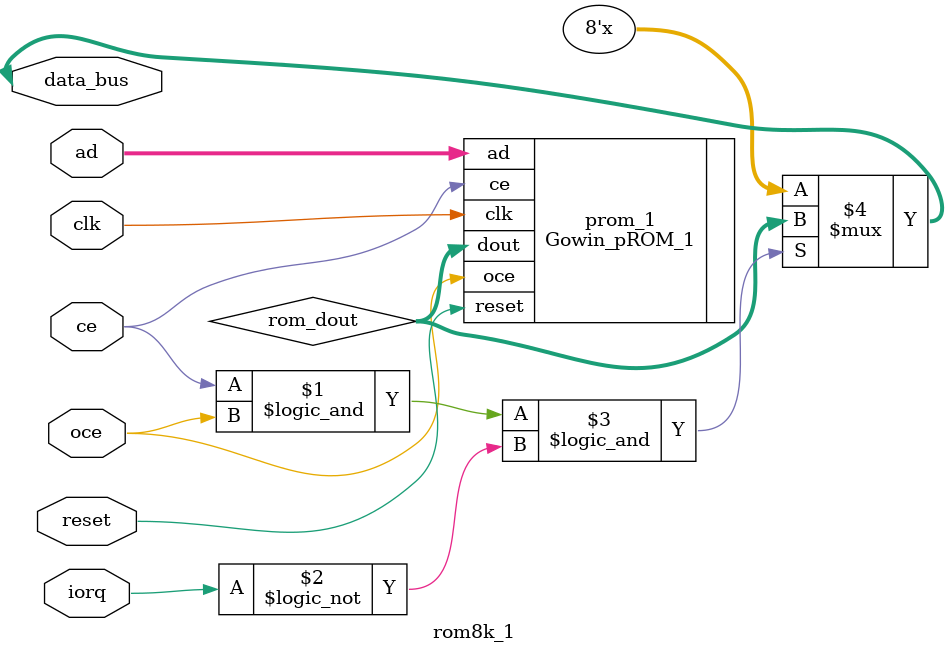
<source format=v>
module rom8k_1 (
    input wire clk,
    input wire reset,
    input wire oce,
    input wire ce,
    input wire iorq,
    input wire [12:0] ad,
    inout wire [7:0] data_bus
);

    wire [7:0] rom_dout;

Gowin_pROM_1 prom_1 (
    .clk(clk),
    .reset(reset),
    .oce(oce),          // active bij read
    .ce(ce),
    .ad(ad),
    .dout(rom_dout)           // tri-state in wrapper
);

    // Drie-staat verbinding
    assign data_bus = (ce && oce && !iorq) ? rom_dout : 8'bz;

endmodule
</source>
